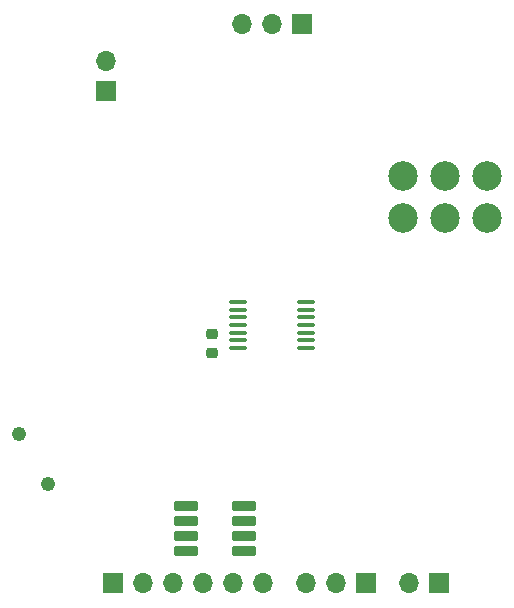
<source format=gbr>
%TF.GenerationSoftware,KiCad,Pcbnew,7.0.9*%
%TF.CreationDate,2023-12-12T05:21:09-05:00*%
%TF.ProjectId,MotorDriver,4d6f746f-7244-4726-9976-65722e6b6963,rev?*%
%TF.SameCoordinates,Original*%
%TF.FileFunction,Soldermask,Bot*%
%TF.FilePolarity,Negative*%
%FSLAX46Y46*%
G04 Gerber Fmt 4.6, Leading zero omitted, Abs format (unit mm)*
G04 Created by KiCad (PCBNEW 7.0.9) date 2023-12-12 05:21:09*
%MOMM*%
%LPD*%
G01*
G04 APERTURE LIST*
G04 Aperture macros list*
%AMRoundRect*
0 Rectangle with rounded corners*
0 $1 Rounding radius*
0 $2 $3 $4 $5 $6 $7 $8 $9 X,Y pos of 4 corners*
0 Add a 4 corners polygon primitive as box body*
4,1,4,$2,$3,$4,$5,$6,$7,$8,$9,$2,$3,0*
0 Add four circle primitives for the rounded corners*
1,1,$1+$1,$2,$3*
1,1,$1+$1,$4,$5*
1,1,$1+$1,$6,$7*
1,1,$1+$1,$8,$9*
0 Add four rect primitives between the rounded corners*
20,1,$1+$1,$2,$3,$4,$5,0*
20,1,$1+$1,$4,$5,$6,$7,0*
20,1,$1+$1,$6,$7,$8,$9,0*
20,1,$1+$1,$8,$9,$2,$3,0*%
G04 Aperture macros list end*
%ADD10RoundRect,0.225000X0.250000X-0.225000X0.250000X0.225000X-0.250000X0.225000X-0.250000X-0.225000X0*%
%ADD11R,1.700000X1.700000*%
%ADD12O,1.700000X1.700000*%
%ADD13C,1.211000*%
%ADD14C,2.500000*%
%ADD15RoundRect,0.144000X-0.908000X-0.258000X0.908000X-0.258000X0.908000X0.258000X-0.908000X0.258000X0*%
%ADD16RoundRect,0.100000X0.637500X0.100000X-0.637500X0.100000X-0.637500X-0.100000X0.637500X-0.100000X0*%
G04 APERTURE END LIST*
D10*
%TO.C,C10*%
X78740000Y-136982200D03*
X78740000Y-135432200D03*
%TD*%
D11*
%TO.C,J2*%
X70408800Y-156514800D03*
D12*
X72948800Y-156514800D03*
X75488800Y-156514800D03*
X78028800Y-156514800D03*
X80568800Y-156514800D03*
X83108800Y-156514800D03*
%TD*%
D11*
%TO.C,J3*%
X97998200Y-156514800D03*
D12*
X95458200Y-156514800D03*
%TD*%
D11*
%TO.C,J4*%
X69824600Y-114838400D03*
D12*
X69824600Y-112298400D03*
%TD*%
D11*
%TO.C,J5*%
X86410800Y-109169200D03*
D12*
X83870800Y-109169200D03*
X81330800Y-109169200D03*
%TD*%
D11*
%TO.C,J1*%
X91770200Y-156514800D03*
D12*
X89230200Y-156514800D03*
X86690200Y-156514800D03*
%TD*%
D13*
%TO.C,Y2*%
X64894800Y-148106841D03*
X62454800Y-143880637D03*
%TD*%
D14*
%TO.C,TP5*%
X102031800Y-122021600D03*
%TD*%
%TO.C,TP9*%
X98501200Y-125577600D03*
%TD*%
D15*
%TO.C,U2*%
X76547800Y-153797000D03*
X76547800Y-152527000D03*
X76547800Y-151257000D03*
X76547800Y-149987000D03*
X81457800Y-149987000D03*
X81457800Y-151257000D03*
X81457800Y-152527000D03*
X81457800Y-153797000D03*
%TD*%
D14*
%TO.C,TP11*%
X94970600Y-122021600D03*
%TD*%
%TO.C,TP12*%
X94970600Y-125577600D03*
%TD*%
%TO.C,TP6*%
X102031800Y-125577600D03*
%TD*%
%TO.C,TP8*%
X98501200Y-122021600D03*
%TD*%
D16*
%TO.C,U3*%
X86682500Y-132670000D03*
X86682500Y-133320000D03*
X86682500Y-133970000D03*
X86682500Y-134620000D03*
X86682500Y-135270000D03*
X86682500Y-135920000D03*
X86682500Y-136570000D03*
X80957500Y-136570000D03*
X80957500Y-135920000D03*
X80957500Y-135270000D03*
X80957500Y-134620000D03*
X80957500Y-133970000D03*
X80957500Y-133320000D03*
X80957500Y-132670000D03*
%TD*%
M02*

</source>
